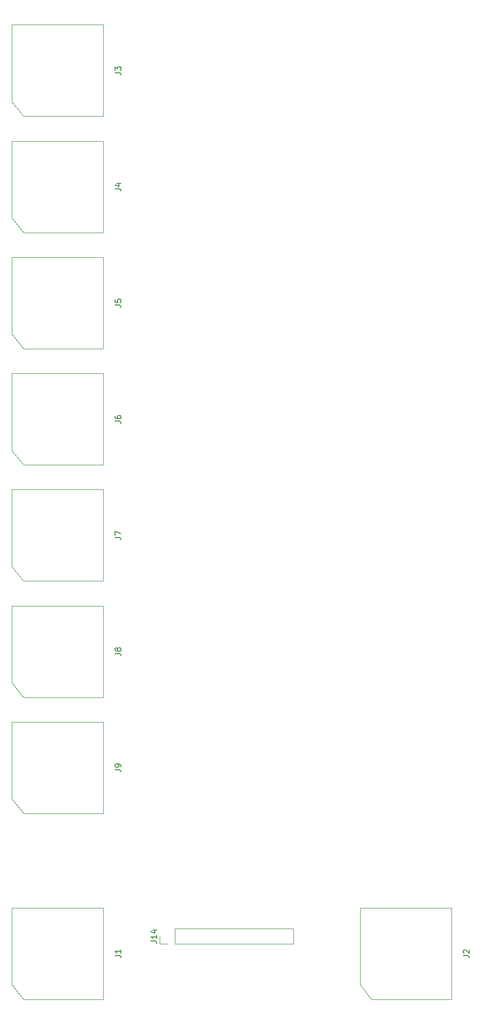
<source format=gbr>
%TF.GenerationSoftware,KiCad,Pcbnew,5.1.6-c6e7f7d~87~ubuntu20.04.1*%
%TF.CreationDate,2020-10-29T23:20:03-04:00*%
%TF.ProjectId,waveshaper-aux,77617665-7368-4617-9065-722d6175782e,rev?*%
%TF.SameCoordinates,Original*%
%TF.FileFunction,Legend,Top*%
%TF.FilePolarity,Positive*%
%FSLAX46Y46*%
G04 Gerber Fmt 4.6, Leading zero omitted, Abs format (unit mm)*
G04 Created by KiCad (PCBNEW 5.1.6-c6e7f7d~87~ubuntu20.04.1) date 2020-10-29 23:20:03*
%MOMM*%
%LPD*%
G01*
G04 APERTURE LIST*
%ADD10C,0.120000*%
%ADD11C,0.150000*%
G04 APERTURE END LIST*
D10*
%TO.C,J14*%
X228670000Y-179330000D02*
X228670000Y-178000000D01*
X230000000Y-179330000D02*
X228670000Y-179330000D01*
X231270000Y-179330000D02*
X231270000Y-176670000D01*
X231270000Y-176670000D02*
X251650000Y-176670000D01*
X231270000Y-179330000D02*
X251650000Y-179330000D01*
X251650000Y-179330000D02*
X251650000Y-176670000D01*
%TO.C,J9*%
X203150000Y-154350000D02*
X203150000Y-141100000D01*
X218900000Y-156850000D02*
X205200000Y-156850000D01*
X205200000Y-156850000D02*
X205150000Y-156850000D01*
X218900000Y-141100000D02*
X218900000Y-156850000D01*
X203150000Y-141100000D02*
X218900000Y-141100000D01*
X205150000Y-156850000D02*
X203150000Y-154350000D01*
%TO.C,J8*%
X203150000Y-134350000D02*
X203150000Y-121100000D01*
X218900000Y-136850000D02*
X205200000Y-136850000D01*
X205200000Y-136850000D02*
X205150000Y-136850000D01*
X218900000Y-121100000D02*
X218900000Y-136850000D01*
X203150000Y-121100000D02*
X218900000Y-121100000D01*
X205150000Y-136850000D02*
X203150000Y-134350000D01*
%TO.C,J7*%
X203150000Y-114350000D02*
X203150000Y-101100000D01*
X218900000Y-116850000D02*
X205200000Y-116850000D01*
X205200000Y-116850000D02*
X205150000Y-116850000D01*
X218900000Y-101100000D02*
X218900000Y-116850000D01*
X203150000Y-101100000D02*
X218900000Y-101100000D01*
X205150000Y-116850000D02*
X203150000Y-114350000D01*
%TO.C,J6*%
X203150000Y-94350000D02*
X203150000Y-81100000D01*
X218900000Y-96850000D02*
X205200000Y-96850000D01*
X205200000Y-96850000D02*
X205150000Y-96850000D01*
X218900000Y-81100000D02*
X218900000Y-96850000D01*
X203150000Y-81100000D02*
X218900000Y-81100000D01*
X205150000Y-96850000D02*
X203150000Y-94350000D01*
%TO.C,J5*%
X203150000Y-74350000D02*
X203150000Y-61100000D01*
X218900000Y-76850000D02*
X205200000Y-76850000D01*
X205200000Y-76850000D02*
X205150000Y-76850000D01*
X218900000Y-61100000D02*
X218900000Y-76850000D01*
X203150000Y-61100000D02*
X218900000Y-61100000D01*
X205150000Y-76850000D02*
X203150000Y-74350000D01*
%TO.C,J4*%
X203150000Y-54350000D02*
X203150000Y-41100000D01*
X218900000Y-56850000D02*
X205200000Y-56850000D01*
X205200000Y-56850000D02*
X205150000Y-56850000D01*
X218900000Y-41100000D02*
X218900000Y-56850000D01*
X203150000Y-41100000D02*
X218900000Y-41100000D01*
X205150000Y-56850000D02*
X203150000Y-54350000D01*
%TO.C,J3*%
X203150000Y-34350000D02*
X203150000Y-21100000D01*
X218900000Y-36850000D02*
X205200000Y-36850000D01*
X205200000Y-36850000D02*
X205150000Y-36850000D01*
X218900000Y-21100000D02*
X218900000Y-36850000D01*
X203150000Y-21100000D02*
X218900000Y-21100000D01*
X205150000Y-36850000D02*
X203150000Y-34350000D01*
%TO.C,J2*%
X263150000Y-186350000D02*
X263150000Y-173100000D01*
X278900000Y-188850000D02*
X265200000Y-188850000D01*
X265200000Y-188850000D02*
X265150000Y-188850000D01*
X278900000Y-173100000D02*
X278900000Y-188850000D01*
X263150000Y-173100000D02*
X278900000Y-173100000D01*
X265150000Y-188850000D02*
X263150000Y-186350000D01*
%TO.C,J1*%
X203150000Y-186350000D02*
X203150000Y-173100000D01*
X218900000Y-188850000D02*
X205200000Y-188850000D01*
X205200000Y-188850000D02*
X205150000Y-188850000D01*
X218900000Y-173100000D02*
X218900000Y-188850000D01*
X203150000Y-173100000D02*
X218900000Y-173100000D01*
X205150000Y-188850000D02*
X203150000Y-186350000D01*
%TO.C,J14*%
D11*
X227122380Y-178809523D02*
X227836666Y-178809523D01*
X227979523Y-178857142D01*
X228074761Y-178952380D01*
X228122380Y-179095238D01*
X228122380Y-179190476D01*
X228122380Y-177809523D02*
X228122380Y-178380952D01*
X228122380Y-178095238D02*
X227122380Y-178095238D01*
X227265238Y-178190476D01*
X227360476Y-178285714D01*
X227408095Y-178380952D01*
X227455714Y-176952380D02*
X228122380Y-176952380D01*
X227074761Y-177190476D02*
X227789047Y-177428571D01*
X227789047Y-176809523D01*
%TO.C,J9*%
X220952380Y-149333333D02*
X221666666Y-149333333D01*
X221809523Y-149380952D01*
X221904761Y-149476190D01*
X221952380Y-149619047D01*
X221952380Y-149714285D01*
X221952380Y-148809523D02*
X221952380Y-148619047D01*
X221904761Y-148523809D01*
X221857142Y-148476190D01*
X221714285Y-148380952D01*
X221523809Y-148333333D01*
X221142857Y-148333333D01*
X221047619Y-148380952D01*
X221000000Y-148428571D01*
X220952380Y-148523809D01*
X220952380Y-148714285D01*
X221000000Y-148809523D01*
X221047619Y-148857142D01*
X221142857Y-148904761D01*
X221380952Y-148904761D01*
X221476190Y-148857142D01*
X221523809Y-148809523D01*
X221571428Y-148714285D01*
X221571428Y-148523809D01*
X221523809Y-148428571D01*
X221476190Y-148380952D01*
X221380952Y-148333333D01*
%TO.C,J8*%
X220952380Y-129333333D02*
X221666666Y-129333333D01*
X221809523Y-129380952D01*
X221904761Y-129476190D01*
X221952380Y-129619047D01*
X221952380Y-129714285D01*
X221380952Y-128714285D02*
X221333333Y-128809523D01*
X221285714Y-128857142D01*
X221190476Y-128904761D01*
X221142857Y-128904761D01*
X221047619Y-128857142D01*
X221000000Y-128809523D01*
X220952380Y-128714285D01*
X220952380Y-128523809D01*
X221000000Y-128428571D01*
X221047619Y-128380952D01*
X221142857Y-128333333D01*
X221190476Y-128333333D01*
X221285714Y-128380952D01*
X221333333Y-128428571D01*
X221380952Y-128523809D01*
X221380952Y-128714285D01*
X221428571Y-128809523D01*
X221476190Y-128857142D01*
X221571428Y-128904761D01*
X221761904Y-128904761D01*
X221857142Y-128857142D01*
X221904761Y-128809523D01*
X221952380Y-128714285D01*
X221952380Y-128523809D01*
X221904761Y-128428571D01*
X221857142Y-128380952D01*
X221761904Y-128333333D01*
X221571428Y-128333333D01*
X221476190Y-128380952D01*
X221428571Y-128428571D01*
X221380952Y-128523809D01*
%TO.C,J7*%
X220952380Y-109333333D02*
X221666666Y-109333333D01*
X221809523Y-109380952D01*
X221904761Y-109476190D01*
X221952380Y-109619047D01*
X221952380Y-109714285D01*
X220952380Y-108952380D02*
X220952380Y-108285714D01*
X221952380Y-108714285D01*
%TO.C,J6*%
X220952380Y-89333333D02*
X221666666Y-89333333D01*
X221809523Y-89380952D01*
X221904761Y-89476190D01*
X221952380Y-89619047D01*
X221952380Y-89714285D01*
X220952380Y-88428571D02*
X220952380Y-88619047D01*
X221000000Y-88714285D01*
X221047619Y-88761904D01*
X221190476Y-88857142D01*
X221380952Y-88904761D01*
X221761904Y-88904761D01*
X221857142Y-88857142D01*
X221904761Y-88809523D01*
X221952380Y-88714285D01*
X221952380Y-88523809D01*
X221904761Y-88428571D01*
X221857142Y-88380952D01*
X221761904Y-88333333D01*
X221523809Y-88333333D01*
X221428571Y-88380952D01*
X221380952Y-88428571D01*
X221333333Y-88523809D01*
X221333333Y-88714285D01*
X221380952Y-88809523D01*
X221428571Y-88857142D01*
X221523809Y-88904761D01*
%TO.C,J5*%
X220952380Y-69333333D02*
X221666666Y-69333333D01*
X221809523Y-69380952D01*
X221904761Y-69476190D01*
X221952380Y-69619047D01*
X221952380Y-69714285D01*
X220952380Y-68380952D02*
X220952380Y-68857142D01*
X221428571Y-68904761D01*
X221380952Y-68857142D01*
X221333333Y-68761904D01*
X221333333Y-68523809D01*
X221380952Y-68428571D01*
X221428571Y-68380952D01*
X221523809Y-68333333D01*
X221761904Y-68333333D01*
X221857142Y-68380952D01*
X221904761Y-68428571D01*
X221952380Y-68523809D01*
X221952380Y-68761904D01*
X221904761Y-68857142D01*
X221857142Y-68904761D01*
%TO.C,J4*%
X220952380Y-49333333D02*
X221666666Y-49333333D01*
X221809523Y-49380952D01*
X221904761Y-49476190D01*
X221952380Y-49619047D01*
X221952380Y-49714285D01*
X221285714Y-48428571D02*
X221952380Y-48428571D01*
X220904761Y-48666666D02*
X221619047Y-48904761D01*
X221619047Y-48285714D01*
%TO.C,J3*%
X220952380Y-29333333D02*
X221666666Y-29333333D01*
X221809523Y-29380952D01*
X221904761Y-29476190D01*
X221952380Y-29619047D01*
X221952380Y-29714285D01*
X220952380Y-28952380D02*
X220952380Y-28333333D01*
X221333333Y-28666666D01*
X221333333Y-28523809D01*
X221380952Y-28428571D01*
X221428571Y-28380952D01*
X221523809Y-28333333D01*
X221761904Y-28333333D01*
X221857142Y-28380952D01*
X221904761Y-28428571D01*
X221952380Y-28523809D01*
X221952380Y-28809523D01*
X221904761Y-28904761D01*
X221857142Y-28952380D01*
%TO.C,J2*%
X280952380Y-181333333D02*
X281666666Y-181333333D01*
X281809523Y-181380952D01*
X281904761Y-181476190D01*
X281952380Y-181619047D01*
X281952380Y-181714285D01*
X281047619Y-180904761D02*
X281000000Y-180857142D01*
X280952380Y-180761904D01*
X280952380Y-180523809D01*
X281000000Y-180428571D01*
X281047619Y-180380952D01*
X281142857Y-180333333D01*
X281238095Y-180333333D01*
X281380952Y-180380952D01*
X281952380Y-180952380D01*
X281952380Y-180333333D01*
%TO.C,J1*%
X220952380Y-181333333D02*
X221666666Y-181333333D01*
X221809523Y-181380952D01*
X221904761Y-181476190D01*
X221952380Y-181619047D01*
X221952380Y-181714285D01*
X221952380Y-180333333D02*
X221952380Y-180904761D01*
X221952380Y-180619047D02*
X220952380Y-180619047D01*
X221095238Y-180714285D01*
X221190476Y-180809523D01*
X221238095Y-180904761D01*
%TD*%
M02*

</source>
